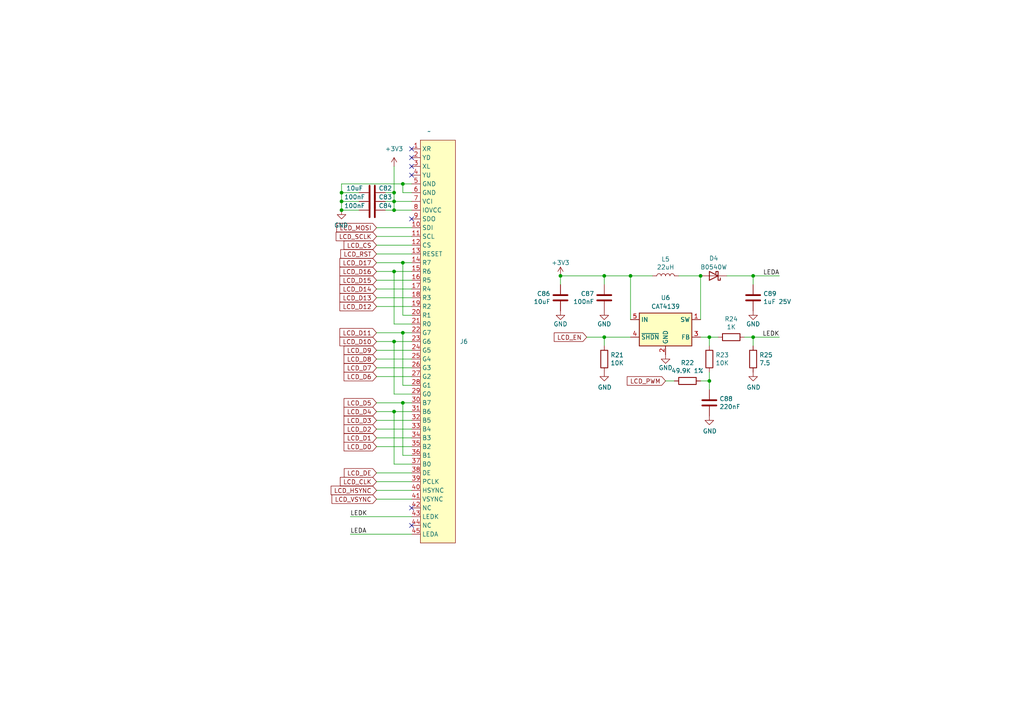
<source format=kicad_sch>
(kicad_sch (version 20230121) (generator eeschema)
  (paper "A4")
  (title_block (title "Sitina 1 Mainboard") (date "2023-03-16") (rev "R0.6") (company "Copyright 2023 Wenting Zhang") (comment 2 "MERCHANTABILITY, SATISFACTORY QUALITY AND FITNESS FOR A PARTICULAR PURPOSE.") (comment 3 "This source is distributed WITHOUT ANY EXPRESS OR IMPLIED WARRANTY, INCLUDING OF") (comment 4 "This source describes Open Hardware and is licensed under the CERN-OHL-P v2."))
  (lib_symbols
    (symbol "Device:C" (pin_numbers hide) (pin_names (offset 0.254))
      (property "Reference" "C" (at 0.635 2.54 0))
      (property "Value" "C" (at 0.635 -2.54 0))
      (symbol "C_0_1"
        (polyline (pts (xy -2.032 -0.762) (xy 2.032 -0.762)) (stroke (width 0.508)))
        (polyline (pts (xy -2.032 0.762) (xy 2.032 0.762)) (stroke (width 0.508)))
      )
      (symbol "C_1_1"
        (pin passive line (at 0 3.81 270) (length 2.794) (name "~") (number "1"))
        (pin passive line (at 0 -3.81 90) (length 2.794) (name "~") (number "2"))
      )
    )
    (symbol "Device:L" (pin_numbers hide) (pin_names (offset 1.016) hide)
      (property "Reference" "L" (at -1.27 0 90))
      (property "Value" "L" (at 1.905 0 90))
      (symbol "L_0_1"
        (arc (start 0 -2.54) (mid 0.6323 -1.905) (end 0 -1.27))
        (arc (start 0 -1.27) (mid 0.6323 -0.635) (end 0 0))
        (arc (start 0 0) (mid 0.6323 0.635) (end 0 1.27))
        (arc (start 0 1.27) (mid 0.6323 1.905) (end 0 2.54))
      )
      (symbol "L_1_1"
        (pin passive line (at 0 3.81 270) (length 1.27) (name "1") (number "1"))
        (pin passive line (at 0 -3.81 90) (length 1.27) (name "2") (number "2"))
      )
    )
    (symbol "Device:R" (pin_numbers hide) (pin_names (offset 0))
      (property "Reference" "R" (at 2.032 0 90))
      (property "Value" "R" (at 0 0 90))
      (symbol "R_0_1"
        (rectangle (start -1.016 -2.54) (end 1.016 2.54) (stroke (width 0.254)))
      )
      (symbol "R_1_1"
        (pin passive line (at 0 3.81 270) (length 1.27) (name "~") (number "1"))
        (pin passive line (at 0 -3.81 90) (length 1.27) (name "~") (number "2"))
      )
    )
    (symbol "Diode:MBR0530" (pin_numbers hide) (pin_names (offset 1.016) hide)
      (property "Reference" "D" (at 0 2.54 0))
      (property "Value" "MBR0530" (at 0 -2.54 0))
      (symbol "MBR0530_0_1"
        (polyline (pts (xy 1.27 0) (xy -1.27 0)))
        (polyline (pts (xy 1.27 1.27) (xy 1.27 -1.27) (xy -1.27 0) (xy 1.27 1.27)) (stroke (width 0.254)))
        (polyline (pts (xy -1.905 0.635) (xy -1.905 1.27) (xy -1.27 1.27) (xy -1.27 -1.27) (xy -0.635 -1.27) (xy -0.635 -0.635)) (stroke (width 0.254)))
      )
      (symbol "MBR0530_1_1"
        (pin passive line (at -3.81 0 0) (length 2.54) (name "K") (number "1"))
        (pin passive line (at 3.81 0 180) (length 2.54) (name "A") (number "2"))
      )
    )
    (symbol "Regulator_Switching:AP3012"
      (property "Reference" "U" (at -7.62 5.715 0))
      (property "Value" "AP3012" (at 0 5.715 0))
      (symbol "AP3012_0_1"
        (rectangle (start -7.62 4.445) (end 7.62 -5.08) (stroke (width 0.254)) (fill (type background)))
      )
      (symbol "AP3012_1_1"
        (pin passive line (at 10.16 2.54 180) (length 2.54) (name "SW") (number "1"))
        (pin power_in line (at 0 -7.62 90) (length 2.54) (name "GND") (number "2"))
        (pin input line (at 10.16 -2.54 180) (length 2.54) (name "FB") (number "3"))
        (pin input line (at -10.16 -2.54 0) (length 2.54) (name "~{SHDN}") (number "4"))
        (pin power_in line (at -10.16 2.54 0) (length 2.54) (name "IN") (number "5"))
      )
    )
    (symbol "power:+3V3" (power) (pin_names (offset 0))
      (property "Value" "+3V3" (at 0 3.556 0))
      (symbol "+3V3_0_1"
        (polyline (pts (xy -0.762 1.27) (xy 0 2.54)))
        (polyline (pts (xy 0 0) (xy 0 2.54)))
        (polyline (pts (xy 0 2.54) (xy 0.762 1.27)))
      )
      (symbol "+3V3_1_1"
        (pin power_in line (at 0 0 90) (length 0) hide (name "+3V3") (number "1"))
      )
    )
    (symbol "power:GND" (power) (pin_names (offset 0))
      (property "Value" "GND" (at 0 -3.81 0))
      (symbol "GND_0_1"
        (polyline (pts (xy 0 0) (xy 0 -1.27) (xy 1.27 -1.27) (xy 0 -2.54) (xy -1.27 -1.27) (xy 0 -1.27)))
      )
      (symbol "GND_1_1"
        (pin power_in line (at 0 0 270) (length 0) hide (name "GND") (number "1"))
      )
    )
    (symbol "symbols:KD034WXFPD002"
      (property "Reference" "J" (at 2.54 2.54 0))
      (symbol "KD034WXFPD002_1_1"
        (rectangle (start 0 0) (end 10.16 -116.84) (fill (type background)))
        (pin input line (at -2.54 -2.54 0) (length 2.54) (name "XR") (number "1"))
        (pin input line (at -2.54 -25.4 0) (length 2.54) (name "SDI") (number "10"))
        (pin input line (at -2.54 -27.94 0) (length 2.54) (name "SCL") (number "11"))
        (pin input line (at -2.54 -30.48 0) (length 2.54) (name "CS") (number "12"))
        (pin input line (at -2.54 -33.02 0) (length 2.54) (name "RESET") (number "13"))
        (pin input line (at -2.54 -35.56 0) (length 2.54) (name "R7") (number "14"))
        (pin input line (at -2.54 -38.1 0) (length 2.54) (name "R6") (number "15"))
        (pin input line (at -2.54 -40.64 0) (length 2.54) (name "R5") (number "16"))
        (pin input line (at -2.54 -43.18 0) (length 2.54) (name "R4") (number "17"))
        (pin input line (at -2.54 -45.72 0) (length 2.54) (name "R3") (number "18"))
        (pin input line (at -2.54 -48.26 0) (length 2.54) (name "R2") (number "19"))
        (pin input line (at -2.54 -5.08 0) (length 2.54) (name "YD") (number "2"))
        (pin input line (at -2.54 -50.8 0) (length 2.54) (name "R1") (number "20"))
        (pin input line (at -2.54 -53.34 0) (length 2.54) (name "R0") (number "21"))
        (pin input line (at -2.54 -55.88 0) (length 2.54) (name "G7") (number "22"))
        (pin input line (at -2.54 -58.42 0) (length 2.54) (name "G6") (number "23"))
        (pin input line (at -2.54 -60.96 0) (length 2.54) (name "G5") (number "24"))
        (pin input line (at -2.54 -63.5 0) (length 2.54) (name "G4") (number "25"))
        (pin input line (at -2.54 -66.04 0) (length 2.54) (name "G3") (number "26"))
        (pin input line (at -2.54 -68.58 0) (length 2.54) (name "G2") (number "27"))
        (pin input line (at -2.54 -71.12 0) (length 2.54) (name "G1") (number "28"))
        (pin input line (at -2.54 -73.66 0) (length 2.54) (name "G0") (number "29"))
        (pin input line (at -2.54 -7.62 0) (length 2.54) (name "XL") (number "3"))
        (pin input line (at -2.54 -76.2 0) (length 2.54) (name "B7") (number "30"))
        (pin input line (at -2.54 -78.74 0) (length 2.54) (name "B6") (number "31"))
        (pin input line (at -2.54 -81.28 0) (length 2.54) (name "B5") (number "32"))
        (pin input line (at -2.54 -83.82 0) (length 2.54) (name "B4") (number "33"))
        (pin input line (at -2.54 -86.36 0) (length 2.54) (name "B3") (number "34"))
        (pin input line (at -2.54 -88.9 0) (length 2.54) (name "B2") (number "35"))
        (pin input line (at -2.54 -91.44 0) (length 2.54) (name "B1") (number "36"))
        (pin input line (at -2.54 -93.98 0) (length 2.54) (name "B0") (number "37"))
        (pin input line (at -2.54 -96.52 0) (length 2.54) (name "DE") (number "38"))
        (pin input line (at -2.54 -99.06 0) (length 2.54) (name "PCLK") (number "39"))
        (pin input line (at -2.54 -10.16 0) (length 2.54) (name "YU") (number "4"))
        (pin input line (at -2.54 -101.6 0) (length 2.54) (name "HSYNC") (number "40"))
        (pin input line (at -2.54 -104.14 0) (length 2.54) (name "VSYNC") (number "41"))
        (pin input line (at -2.54 -106.68 0) (length 2.54) (name "NC") (number "42"))
        (pin input line (at -2.54 -109.22 0) (length 2.54) (name "LEDK") (number "43"))
        (pin input line (at -2.54 -111.76 0) (length 2.54) (name "NC") (number "44"))
        (pin input line (at -2.54 -114.3 0) (length 2.54) (name "LEDA") (number "45"))
        (pin input line (at -2.54 -12.7 0) (length 2.54) (name "GND") (number "5"))
        (pin input line (at -2.54 -15.24 0) (length 2.54) (name "GND") (number "6"))
        (pin input line (at -2.54 -17.78 0) (length 2.54) (name "VCI") (number "7"))
        (pin input line (at -2.54 -20.32 0) (length 2.54) (name "IOVCC") (number "8"))
        (pin input line (at -2.54 -22.86 0) (length 2.54) (name "SDO") (number "9"))
      )
    )
  )
  (junction (at 114.3 55.88))
  (junction (at 99.06 55.88))
  (junction (at 218.44 80.01) (diameter 0.9144))
  (junction (at 175.26 97.79) (diameter 0.9144))
  (junction (at 205.74 97.79) (diameter 0.9144))
  (junction (at 116.84 76.2))
  (junction (at 114.3 99.06))
  (junction (at 114.3 60.96))
  (junction (at 114.3 119.38))
  (junction (at 99.06 58.42))
  (junction (at 218.44 97.79) (diameter 0.9144))
  (junction (at 116.84 53.34))
  (junction (at 99.06 60.96))
  (junction (at 205.74 110.49) (diameter 0.9144))
  (junction (at 203.2 80.01) (diameter 0.9144))
  (junction (at 175.26 80.01) (diameter 0.9144))
  (junction (at 114.3 58.42))
  (junction (at 116.84 96.52))
  (junction (at 114.3 78.74))
  (junction (at 116.84 116.84))
  (junction (at 182.88 80.01) (diameter 0.9144))
  (junction (at 162.56 80.01))
  (no_connect (at 119.38 147.32))
  (no_connect (at 119.38 48.26))
  (no_connect (at 119.38 63.5))
  (no_connect (at 119.38 50.8))
  (no_connect (at 119.38 43.18))
  (no_connect (at 119.38 152.4))
  (no_connect (at 119.38 45.72))
  (wire (pts (xy 114.3 114.3) (xy 114.3 99.06)))
  (wire (pts (xy 193.04 110.49) (xy 195.58 110.49)))
  (wire (pts (xy 182.88 80.01) (xy 182.88 92.71)))
  (wire (pts (xy 218.44 97.79) (xy 215.9 97.79)))
  (wire (pts (xy 162.56 82.55) (xy 162.56 80.01)))
  (wire (pts (xy 119.38 111.76) (xy 116.84 111.76)))
  (wire (pts (xy 109.22 78.74) (xy 114.3 78.74)))
  (wire (pts (xy 114.3 134.62) (xy 114.3 119.38)))
  (wire (pts (xy 109.22 139.7) (xy 119.38 139.7)))
  (wire (pts (xy 175.26 97.79) (xy 170.18 97.79)))
  (wire (pts (xy 162.56 80.01) (xy 175.26 80.01)))
  (wire (pts (xy 109.22 76.2) (xy 116.84 76.2)))
  (wire (pts (xy 109.22 88.9) (xy 119.38 88.9)))
  (wire (pts (xy 101.6 154.94) (xy 119.38 154.94)))
  (wire (pts (xy 182.88 80.01) (xy 189.23 80.01)))
  (wire (pts (xy 218.44 80.01) (xy 226.06 80.01)))
  (wire (pts (xy 109.22 66.04) (xy 119.38 66.04)))
  (wire (pts (xy 109.22 119.38) (xy 114.3 119.38)))
  (wire (pts (xy 182.88 97.79) (xy 175.26 97.79)))
  (wire (pts (xy 114.3 48.26) (xy 114.3 55.88)))
  (wire (pts (xy 109.22 121.92) (xy 119.38 121.92)))
  (wire (pts (xy 119.38 91.44) (xy 116.84 91.44)))
  (wire (pts (xy 109.22 106.68) (xy 119.38 106.68)))
  (wire (pts (xy 109.22 116.84) (xy 116.84 116.84)))
  (wire (pts (xy 119.38 132.08) (xy 116.84 132.08)))
  (wire (pts (xy 119.38 55.88) (xy 116.84 55.88)))
  (wire (pts (xy 109.22 127) (xy 119.38 127)))
  (wire (pts (xy 116.84 132.08) (xy 116.84 116.84)))
  (wire (pts (xy 111.76 58.42) (xy 114.3 58.42)))
  (wire (pts (xy 116.84 96.52) (xy 119.38 96.52)))
  (wire (pts (xy 109.22 96.52) (xy 116.84 96.52)))
  (wire (pts (xy 203.2 97.79) (xy 205.74 97.79)))
  (wire (pts (xy 109.22 129.54) (xy 119.38 129.54)))
  (wire (pts (xy 114.3 58.42) (xy 114.3 60.96)))
  (wire (pts (xy 218.44 100.33) (xy 218.44 97.79)))
  (wire (pts (xy 111.76 55.88) (xy 114.3 55.88)))
  (wire (pts (xy 116.84 91.44) (xy 116.84 76.2)))
  (wire (pts (xy 104.14 58.42) (xy 99.06 58.42)))
  (wire (pts (xy 109.22 137.16) (xy 119.38 137.16)))
  (wire (pts (xy 116.84 116.84) (xy 119.38 116.84)))
  (wire (pts (xy 109.22 81.28) (xy 119.38 81.28)))
  (wire (pts (xy 99.06 60.96) (xy 104.14 60.96)))
  (wire (pts (xy 203.2 110.49) (xy 205.74 110.49)))
  (wire (pts (xy 99.06 55.88) (xy 99.06 58.42)))
  (wire (pts (xy 109.22 101.6) (xy 119.38 101.6)))
  (wire (pts (xy 218.44 82.55) (xy 218.44 80.01)))
  (wire (pts (xy 109.22 104.14) (xy 119.38 104.14)))
  (wire (pts (xy 205.74 113.03) (xy 205.74 110.49)))
  (wire (pts (xy 175.26 82.55) (xy 175.26 80.01)))
  (wire (pts (xy 114.3 58.42) (xy 119.38 58.42)))
  (wire (pts (xy 116.84 53.34) (xy 119.38 53.34)))
  (wire (pts (xy 116.84 76.2) (xy 119.38 76.2)))
  (wire (pts (xy 101.6 149.86) (xy 119.38 149.86)))
  (wire (pts (xy 116.84 55.88) (xy 116.84 53.34)))
  (wire (pts (xy 109.22 99.06) (xy 114.3 99.06)))
  (wire (pts (xy 119.38 134.62) (xy 114.3 134.62)))
  (wire (pts (xy 205.74 97.79) (xy 208.28 97.79)))
  (wire (pts (xy 114.3 99.06) (xy 119.38 99.06)))
  (wire (pts (xy 116.84 53.34) (xy 99.06 53.34)))
  (wire (pts (xy 218.44 97.79) (xy 226.06 97.79)))
  (wire (pts (xy 119.38 93.98) (xy 114.3 93.98)))
  (wire (pts (xy 99.06 53.34) (xy 99.06 55.88)))
  (wire (pts (xy 203.2 80.01) (xy 203.2 92.71)))
  (wire (pts (xy 210.82 80.01) (xy 218.44 80.01)))
  (wire (pts (xy 109.22 109.22) (xy 119.38 109.22)))
  (wire (pts (xy 196.85 80.01) (xy 203.2 80.01)))
  (wire (pts (xy 109.22 142.24) (xy 119.38 142.24)))
  (wire (pts (xy 109.22 124.46) (xy 119.38 124.46)))
  (wire (pts (xy 205.74 100.33) (xy 205.74 97.79)))
  (wire (pts (xy 114.3 119.38) (xy 119.38 119.38)))
  (wire (pts (xy 114.3 60.96) (xy 119.38 60.96)))
  (wire (pts (xy 99.06 58.42) (xy 99.06 60.96)))
  (wire (pts (xy 114.3 93.98) (xy 114.3 78.74)))
  (wire (pts (xy 111.76 60.96) (xy 114.3 60.96)))
  (wire (pts (xy 109.22 144.78) (xy 119.38 144.78)))
  (wire (pts (xy 109.22 68.58) (xy 119.38 68.58)))
  (wire (pts (xy 205.74 110.49) (xy 205.74 107.95)))
  (wire (pts (xy 109.22 83.82) (xy 119.38 83.82)))
  (wire (pts (xy 109.22 73.66) (xy 119.38 73.66)))
  (wire (pts (xy 109.22 71.12) (xy 119.38 71.12)))
  (wire (pts (xy 116.84 111.76) (xy 116.84 96.52)))
  (wire (pts (xy 104.14 55.88) (xy 99.06 55.88)))
  (wire (pts (xy 114.3 55.88) (xy 114.3 58.42)))
  (wire (pts (xy 119.38 114.3) (xy 114.3 114.3)))
  (wire (pts (xy 114.3 78.74) (xy 119.38 78.74)))
  (wire (pts (xy 175.26 80.01) (xy 182.88 80.01)))
  (wire (pts (xy 175.26 100.33) (xy 175.26 97.79)))
  (wire (pts (xy 109.22 86.36) (xy 119.38 86.36)))
  (label "LEDA" (at 226.06 80.01 180))
  (label "LEDK" (at 101.6 149.86 0))
  (label "LEDK" (at 226.06 97.79 180))
  (label "LEDA" (at 101.6 154.94 0))
  (global_label "LCD_HSYNC" (shape input) (at 109.22 142.24 180) (property "Intersheetrefs" "${INTERSHEET_REFS}" (effects hide)))
  (global_label "LCD_D13" (shape input) (at 109.22 86.36 180) (property "Intersheetrefs" "${INTERSHEET_REFS}" (effects hide)))
  (global_label "LCD_MOSI" (shape input) (at 109.22 66.04 180) (property "Intersheetrefs" "${INTERSHEET_REFS}" (effects hide)))
  (global_label "LCD_EN" (shape input) (at 170.18 97.79 180) (property "Intersheetrefs" "${INTERSHEET_REFS}" (effects hide)))
  (global_label "LCD_D2" (shape input) (at 109.22 124.46 180) (property "Intersheetrefs" "${INTERSHEET_REFS}" (effects hide)))
  (global_label "LCD_D14" (shape input) (at 109.22 83.82 180) (property "Intersheetrefs" "${INTERSHEET_REFS}" (effects hide)))
  (global_label "LCD_VSYNC" (shape input) (at 109.22 144.78 180) (property "Intersheetrefs" "${INTERSHEET_REFS}" (effects hide)))
  (global_label "LCD_CLK" (shape input) (at 109.22 139.7 180) (property "Intersheetrefs" "${INTERSHEET_REFS}" (effects hide)))
  (global_label "LCD_RST" (shape input) (at 109.22 73.66 180) (property "Intersheetrefs" "${INTERSHEET_REFS}" (effects hide)))
  (global_label "LCD_D6" (shape input) (at 109.22 109.22 180) (property "Intersheetrefs" "${INTERSHEET_REFS}" (effects hide)))
  (global_label "LCD_D11" (shape input) (at 109.22 96.52 180) (property "Intersheetrefs" "${INTERSHEET_REFS}" (effects hide)))
  (global_label "LCD_D5" (shape input) (at 109.22 116.84 180) (property "Intersheetrefs" "${INTERSHEET_REFS}" (effects hide)))
  (global_label "LCD_SCLK" (shape input) (at 109.22 68.58 180) (property "Intersheetrefs" "${INTERSHEET_REFS}" (effects hide)))
  (global_label "LCD_D12" (shape input) (at 109.22 88.9 180) (property "Intersheetrefs" "${INTERSHEET_REFS}" (effects hide)))
  (global_label "LCD_D9" (shape input) (at 109.22 101.6 180) (property "Intersheetrefs" "${INTERSHEET_REFS}" (effects hide)))
  (global_label "LCD_D16" (shape input) (at 109.22 78.74 180) (property "Intersheetrefs" "${INTERSHEET_REFS}" (effects hide)))
  (global_label "LCD_D0" (shape input) (at 109.22 129.54 180) (property "Intersheetrefs" "${INTERSHEET_REFS}" (effects hide)))
  (global_label "LCD_D4" (shape input) (at 109.22 119.38 180) (property "Intersheetrefs" "${INTERSHEET_REFS}" (effects hide)))
  (global_label "LCD_D10" (shape input) (at 109.22 99.06 180) (property "Intersheetrefs" "${INTERSHEET_REFS}" (effects hide)))
  (global_label "LCD_D15" (shape input) (at 109.22 81.28 180) (property "Intersheetrefs" "${INTERSHEET_REFS}" (effects hide)))
  (global_label "LCD_D8" (shape input) (at 109.22 104.14 180) (property "Intersheetrefs" "${INTERSHEET_REFS}" (effects hide)))
  (global_label "LCD_PWM" (shape input) (at 193.04 110.49 180) (property "Intersheetrefs" "${INTERSHEET_REFS}" (effects hide)))
  (global_label "LCD_D1" (shape input) (at 109.22 127 180) (property "Intersheetrefs" "${INTERSHEET_REFS}" (effects hide)))
  (global_label "LCD_D7" (shape input) (at 109.22 106.68 180) (property "Intersheetrefs" "${INTERSHEET_REFS}" (effects hide)))
  (global_label "LCD_D17" (shape input) (at 109.22 76.2 180) (property "Intersheetrefs" "${INTERSHEET_REFS}" (effects hide)))
  (global_label "LCD_D3" (shape input) (at 109.22 121.92 180) (property "Intersheetrefs" "${INTERSHEET_REFS}" (effects hide)))
  (global_label "LCD_DE" (shape input) (at 109.22 137.16 180) (property "Intersheetrefs" "${INTERSHEET_REFS}" (effects hide)))
  (global_label "LCD_CS" (shape input) (at 109.22 71.12 180) (property "Intersheetrefs" "${INTERSHEET_REFS}" (effects hide)))
  (symbol (lib_id "symbols:KD034WXFPD002") (at 121.92 40.64 0) (unit 1)
    (property "Reference" "J6" (at 133.35 99.06 0) (effects (justify left)))
    (property "Value" "~" (at 124.46 38.1 0))
    (property "Footprint" "Connector_FFC-FPC:Hirose_FH12-45S-0.5SH_1x45-1MP_P0.50mm_Horizontal" (effects hide))
  )
  (symbol (lib_id "Device:R") (at 218.44 104.14 0) (unit 1)
    (property "Reference" "R25" (at 220.218 102.9716 0) (effects (justify left)))
    (property "Value" "7.5" (at 220.218 105.283 0) (effects (justify left)))
    (property "Footprint" "Resistor_SMD:R_0402_1005Metric" (effects hide))
  )
  (symbol (lib_id "power:GND") (at 218.44 107.95 0) (unit 1)
    (property "Reference" "#PWR083" (effects hide))
    (property "Value" "GND" (at 218.567 112.3442 0))
  )
  (symbol (lib_id "Regulator_Switching:AP3012") (at 193.04 95.25 0) (unit 1)
    (property "Reference" "U6" (at 193.04 86.36 0))
    (property "Value" "CAT4139" (at 193.04 88.9 0))
    (property "Footprint" "Package_TO_SOT_SMD:SOT-23-5" (effects hide))
    (property "Datasheet" "https://www.onsemi.com/pdf/datasheet/cat4139-d.pdf" (effects hide))
  )
  (symbol (lib_id "Device:L") (at 193.04 80.01 90) (unit 1)
    (property "Reference" "L5" (at 193.04 75.184 90))
    (property "Value" "22uH" (at 193.04 77.4954 90))
    (property "Footprint" "footprints:L_1212" (effects hide))
  )
  (symbol (lib_id "Device:C") (at 162.56 86.36 0) (mirror x) (unit 1)
    (property "Reference" "C86" (at 159.639 85.1916 0) (effects (justify right)))
    (property "Value" "10uF" (at 159.639 87.503 0) (effects (justify right)))
    (property "Footprint" "Capacitor_SMD:C_0603_1608Metric" (effects hide))
  )
  (symbol (lib_id "Device:C") (at 205.74 116.84 180) (unit 1)
    (property "Reference" "C88" (at 208.661 115.6716 0) (effects (justify right)))
    (property "Value" "220nF" (at 208.661 117.983 0) (effects (justify right)))
    (property "Footprint" "Capacitor_SMD:C_0402_1005Metric" (effects hide))
  )
  (symbol (lib_id "power:GND") (at 193.04 102.87 0) (unit 1)
    (property "Reference" "#PWR080" (effects hide))
    (property "Value" "GND" (at 193.04 106.68 0))
  )
  (symbol (lib_id "power:+3V3") (at 114.3 48.26 0) (unit 1)
    (property "Reference" "#PWR073" (effects hide))
    (property "Value" "+3V3" (at 114.3 43.18 0))
  )
  (symbol (lib_id "Device:C") (at 175.26 86.36 0) (mirror x) (unit 1)
    (property "Reference" "C87" (at 172.339 85.1916 0) (effects (justify right)))
    (property "Value" "100nF" (at 172.339 87.503 0) (effects (justify right)))
    (property "Footprint" "Capacitor_SMD:C_0402_1005Metric" (effects hide))
  )
  (symbol (lib_id "power:GND") (at 205.74 120.65 0) (unit 1)
    (property "Reference" "#PWR081" (effects hide))
    (property "Value" "GND" (at 205.867 125.0442 0))
  )
  (symbol (lib_id "power:+3V3") (at 162.56 80.01 0) (unit 1)
    (property "Reference" "#PWR016" (effects hide))
    (property "Value" "+3V3" (at 162.56 76.2 0))
    (instances (project "pcb" (path "" (reference "#PWR016") (unit 1)) (path "" (reference "#PWR072") (unit 1))))
  )
  (symbol (lib_id "power:GND") (at 175.26 107.95 0) (unit 1)
    (property "Reference" "#PWR079" (effects hide))
    (property "Value" "GND" (at 175.387 112.3442 0))
  )
  (symbol (lib_id "Device:R") (at 175.26 104.14 0) (unit 1)
    (property "Reference" "R21" (at 177.038 102.9716 0) (effects (justify left)))
    (property "Value" "10K" (at 177.038 105.283 0) (effects (justify left)))
    (property "Footprint" "Resistor_SMD:R_0402_1005Metric" (effects hide))
  )
  (symbol (lib_id "Device:C") (at 218.44 86.36 180) (unit 1)
    (property "Reference" "C89" (at 221.361 85.1916 0) (effects (justify right)))
    (property "Value" "1uF 25V" (at 221.361 87.503 0) (effects (justify right)))
    (property "Footprint" "Capacitor_SMD:C_0603_1608Metric" (effects hide))
  )
  (symbol (lib_id "power:GND") (at 218.44 90.17 0) (unit 1)
    (property "Reference" "#PWR082" (effects hide))
    (property "Value" "GND" (at 218.44 93.98 0))
  )
  (symbol (lib_id "Device:R") (at 199.39 110.49 270) (unit 1)
    (property "Reference" "R22" (at 199.39 105.2322 90))
    (property "Value" "49.9K 1%" (at 199.39 107.5436 90))
    (property "Footprint" "Resistor_SMD:R_0402_1005Metric" (effects hide))
  )
  (symbol (lib_id "Device:C") (at 107.95 60.96 270) (mirror x) (unit 1)
    (property "Reference" "C84" (at 111.76 59.69 90))
    (property "Value" "100nF" (at 102.87 59.69 90))
    (property "Footprint" "Capacitor_SMD:C_0402_1005Metric" (effects hide))
  )
  (symbol (lib_id "Device:C") (at 107.95 55.88 90) (mirror x) (unit 1)
    (property "Reference" "C82" (at 111.76 54.61 90))
    (property "Value" "10uF" (at 102.87 54.61 90))
    (property "Footprint" "Capacitor_SMD:C_0603_1608Metric" (effects hide))
  )
  (symbol (lib_id "power:GND") (at 162.56 90.17 0) (mirror y) (unit 1)
    (property "Reference" "#PWR077" (effects hide))
    (property "Value" "GND" (at 162.56 93.98 0))
  )
  (symbol (lib_id "power:GND") (at 175.26 90.17 0) (mirror y) (unit 1)
    (property "Reference" "#PWR078" (effects hide))
    (property "Value" "GND" (at 175.26 93.98 0))
  )
  (symbol (lib_id "Device:C") (at 107.95 58.42 270) (mirror x) (unit 1)
    (property "Reference" "C83" (at 111.76 57.15 90))
    (property "Value" "100nF" (at 102.87 57.15 90))
    (property "Footprint" "Capacitor_SMD:C_0402_1005Metric" (effects hide))
  )
  (symbol (lib_id "Device:R") (at 212.09 97.79 270) (unit 1)
    (property "Reference" "R24" (at 212.09 92.5322 90))
    (property "Value" "1K" (at 212.09 94.8436 90))
    (property "Footprint" "Resistor_SMD:R_0402_1005Metric" (effects hide))
  )
  (symbol (lib_id "Diode:MBR0530") (at 207.01 80.01 180) (unit 1)
    (property "Reference" "D4" (at 207.01 74.93 0))
    (property "Value" "B0540W" (at 207.01 77.47 0))
    (property "Footprint" "Diode_SMD:D_SOD-323" (effects hide))
  )
  (symbol (lib_id "power:GND") (at 99.06 60.96 0) (mirror y) (unit 1)
    (property "Reference" "#PWR071" (effects hide))
    (property "Value" "GND" (at 98.933 65.3542 0))
  )
  (symbol (lib_id "Device:R") (at 205.74 104.14 0) (unit 1)
    (property "Reference" "R23" (at 207.518 102.9716 0) (effects (justify left)))
    (property "Value" "10K" (at 207.518 105.283 0) (effects (justify left)))
    (property "Footprint" "Resistor_SMD:R_0402_1005Metric" (effects hide))
  )
)
</source>
